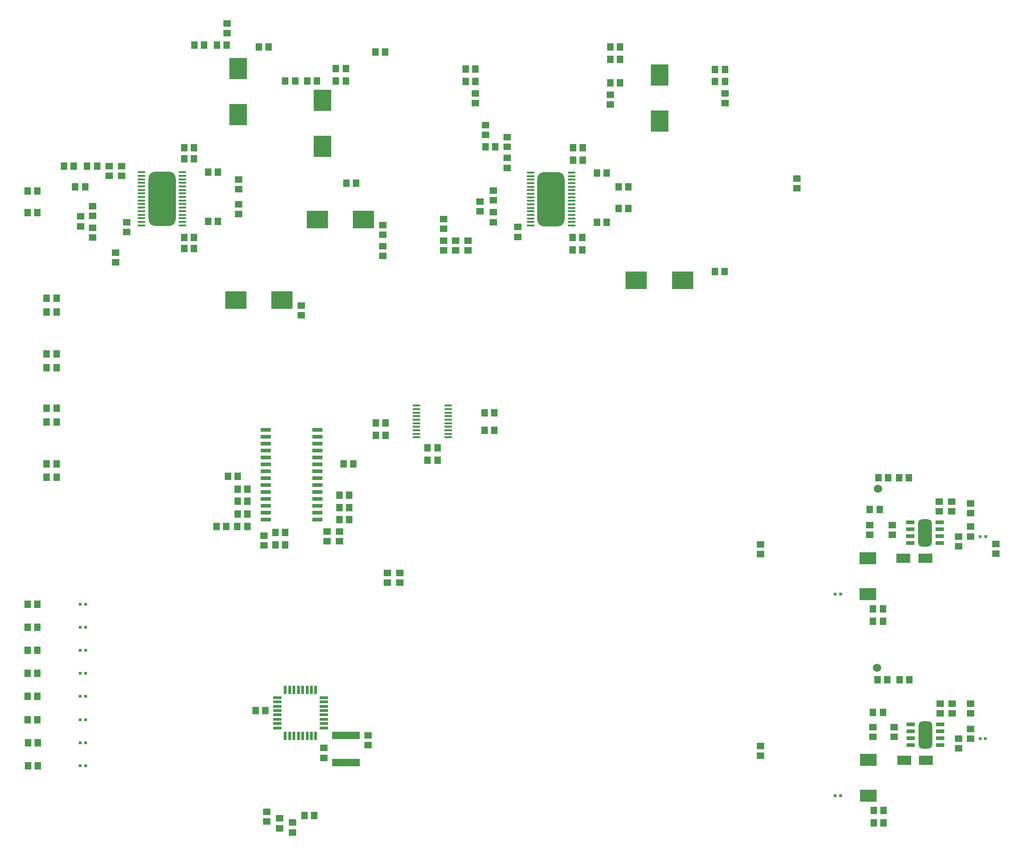
<source format=gtp>
G04*
G04 #@! TF.GenerationSoftware,Altium Limited,Altium Designer,23.2.1 (34)*
G04*
G04 Layer_Color=8421504*
%FSLAX45Y45*%
%MOMM*%
G71*
G04*
G04 #@! TF.SameCoordinates,6E3D6F93-4A61-4C57-BA4F-68D24251A383*
G04*
G04*
G04 #@! TF.FilePolarity,Positive*
G04*
G01*
G75*
%ADD16R,1.40000X1.20000*%
%ADD17R,1.20000X1.40000*%
%ADD18R,1.47500X0.45000*%
%ADD19R,3.10000X2.20000*%
%ADD20R,0.60000X0.50000*%
%ADD21R,2.50000X1.70000*%
%ADD22R,2.13000X3.00000*%
%ADD23R,1.52500X0.65000*%
%ADD24C,1.52400*%
G04:AMPARAMS|DCode=25|XSize=5mm|YSize=2.5mm|CornerRadius=0.625mm|HoleSize=0mm|Usage=FLASHONLY|Rotation=270.000|XOffset=0mm|YOffset=0mm|HoleType=Round|Shape=RoundedRectangle|*
%AMROUNDEDRECTD25*
21,1,5.00000,1.25000,0,0,270.0*
21,1,3.75000,2.50000,0,0,270.0*
1,1,1.25000,-0.62500,-1.87500*
1,1,1.25000,-0.62500,1.87500*
1,1,1.25000,0.62500,1.87500*
1,1,1.25000,0.62500,-1.87500*
%
%ADD25ROUNDEDRECTD25*%
G04:AMPARAMS|DCode=26|XSize=5mm|YSize=10mm|CornerRadius=1.25mm|HoleSize=0mm|Usage=FLASHONLY|Rotation=0.000|XOffset=0mm|YOffset=0mm|HoleType=Round|Shape=RoundedRectangle|*
%AMROUNDEDRECTD26*
21,1,5.00000,7.50000,0,0,0.0*
21,1,2.50000,10.00000,0,0,0.0*
1,1,2.50000,1.25000,-3.75000*
1,1,2.50000,-1.25000,-3.75000*
1,1,2.50000,-1.25000,3.75000*
1,1,2.50000,1.25000,3.75000*
%
%ADD26ROUNDEDRECTD26*%
%ADD27R,4.00000X3.20000*%
%ADD28R,3.20000X4.00000*%
%ADD29R,3.04000X3.74000*%
%ADD30R,1.92500X0.65000*%
%ADD31R,0.60000X1.50000*%
%ADD32R,1.50000X0.60000*%
%ADD33R,5.20000X1.40000*%
D16*
X8726000Y13730000D02*
D03*
Y13910001D02*
D03*
X9122000Y13510001D02*
D03*
Y13689999D02*
D03*
X13777000Y6021000D02*
D03*
Y6201000D02*
D03*
Y2310000D02*
D03*
Y2490000D02*
D03*
X15788901Y6374200D02*
D03*
Y6554200D02*
D03*
X16198900D02*
D03*
Y6374200D02*
D03*
X17418900Y6344200D02*
D03*
Y6164200D02*
D03*
X18108900Y6024200D02*
D03*
Y6204200D02*
D03*
X17644325Y6524200D02*
D03*
Y6344200D02*
D03*
X17644299Y6954200D02*
D03*
Y6774200D02*
D03*
X17294325Y6987125D02*
D03*
Y6807125D02*
D03*
X17068900D02*
D03*
Y6987125D02*
D03*
X8542101Y14497850D02*
D03*
Y14317850D02*
D03*
X4186000Y12454000D02*
D03*
Y12274000D02*
D03*
X3976000Y15780891D02*
D03*
Y15600893D02*
D03*
X17644299Y3087200D02*
D03*
Y3267200D02*
D03*
X17418900Y2444300D02*
D03*
Y2624300D02*
D03*
X17644325D02*
D03*
Y2804300D02*
D03*
X17078902Y3267225D02*
D03*
Y3087225D02*
D03*
X17304326D02*
D03*
Y3267225D02*
D03*
X16238901Y2654300D02*
D03*
Y2834300D02*
D03*
X15848900Y2834300D02*
D03*
Y2654300D02*
D03*
X13126700Y14317300D02*
D03*
Y14497301D02*
D03*
X11020000Y14470575D02*
D03*
Y14290575D02*
D03*
X9121999Y13306001D02*
D03*
Y13126001D02*
D03*
X8871999Y12706001D02*
D03*
Y12526001D02*
D03*
X9321999Y12036001D02*
D03*
Y11856001D02*
D03*
X8871999Y12306001D02*
D03*
Y12126001D02*
D03*
X8622000Y12326000D02*
D03*
Y12506000D02*
D03*
X8402850Y11786001D02*
D03*
Y11606001D02*
D03*
X7952000Y11606000D02*
D03*
Y11786000D02*
D03*
X7951999Y12186001D02*
D03*
Y12006001D02*
D03*
X8177425Y11606001D02*
D03*
Y11786001D02*
D03*
X6834959Y11684000D02*
D03*
Y11504000D02*
D03*
Y12074000D02*
D03*
Y11894000D02*
D03*
X5339725Y10415100D02*
D03*
Y10595100D02*
D03*
X4186000Y12914000D02*
D03*
Y12734000D02*
D03*
X2126000Y12125466D02*
D03*
Y11945466D02*
D03*
X1926000Y11385466D02*
D03*
Y11565466D02*
D03*
X1506000Y12025466D02*
D03*
Y11845466D02*
D03*
X1506000Y12420041D02*
D03*
Y12240041D02*
D03*
X1806000Y12975465D02*
D03*
Y13155466D02*
D03*
X2036000D02*
D03*
Y12975465D02*
D03*
X1280574Y12050041D02*
D03*
Y12230041D02*
D03*
X5750000Y2452500D02*
D03*
Y2272500D02*
D03*
X5175000Y1080000D02*
D03*
Y900000D02*
D03*
X4937500Y1155000D02*
D03*
Y975000D02*
D03*
X4700000Y1277500D02*
D03*
Y1097500D02*
D03*
X14453101Y12931400D02*
D03*
Y12751400D02*
D03*
X6040000Y6434600D02*
D03*
Y6254600D02*
D03*
X4650000Y6360000D02*
D03*
Y6180000D02*
D03*
X5810000Y6434575D02*
D03*
Y6254575D02*
D03*
X6562500Y2682074D02*
D03*
Y2502074D02*
D03*
X6920000Y5670000D02*
D03*
Y5490000D02*
D03*
X7150000Y5670000D02*
D03*
Y5490000D02*
D03*
D17*
X8726246Y13512888D02*
D03*
X8906246D02*
D03*
X6710000Y8430000D02*
D03*
X6890000D02*
D03*
X6710000Y8204575D02*
D03*
X6890000D02*
D03*
X7662000Y7975000D02*
D03*
X7842000D02*
D03*
Y7745000D02*
D03*
X7662000D02*
D03*
X8710000Y8299000D02*
D03*
X8890000D02*
D03*
X8710000Y8620000D02*
D03*
X8890000D02*
D03*
X16123476Y7424200D02*
D03*
X15943475D02*
D03*
X16509200Y7424300D02*
D03*
X16329201D02*
D03*
X15848900Y5014200D02*
D03*
X16028900D02*
D03*
X15968900Y6844200D02*
D03*
X15788901D02*
D03*
X15848900Y4784200D02*
D03*
X16028900D02*
D03*
X660000Y8700000D02*
D03*
X840000D02*
D03*
X8359301Y14713275D02*
D03*
X8539300D02*
D03*
X5976000Y14721925D02*
D03*
X6156000D02*
D03*
X10772000Y13026001D02*
D03*
X10952000D02*
D03*
X11171999Y12776000D02*
D03*
X11351999D02*
D03*
X15928902Y3707200D02*
D03*
X16108900D02*
D03*
X16038901Y1078449D02*
D03*
X15858900D02*
D03*
X16038901Y1303874D02*
D03*
X15858900D02*
D03*
X16338901Y3707225D02*
D03*
X16518900D02*
D03*
X15848900Y3104300D02*
D03*
X16028900D02*
D03*
X10331999Y13491425D02*
D03*
X10511999D02*
D03*
X10331999Y13266000D02*
D03*
X10511999D02*
D03*
X10952000Y12126001D02*
D03*
X10772000D02*
D03*
X11171999Y12376000D02*
D03*
X11351999D02*
D03*
X10321999Y11843075D02*
D03*
X10501999D02*
D03*
X10321999Y11617650D02*
D03*
X10501999D02*
D03*
X13124899Y14712775D02*
D03*
X12944901D02*
D03*
X13122000Y11216001D02*
D03*
X12942000D02*
D03*
X11202000Y15120200D02*
D03*
X11022000D02*
D03*
X11202000Y14686000D02*
D03*
X11022000D02*
D03*
X6346000Y12844000D02*
D03*
X6166000D02*
D03*
X8539000Y14938699D02*
D03*
X8359000D02*
D03*
X6880000Y15260001D02*
D03*
X6700000D02*
D03*
X6156000Y14947350D02*
D03*
X5976000D02*
D03*
X4560000Y15350000D02*
D03*
X4740000D02*
D03*
X3966000Y15385468D02*
D03*
X3786001D02*
D03*
X3556000Y15385466D02*
D03*
X3376000D02*
D03*
X840000Y9446400D02*
D03*
X660000D02*
D03*
X840000Y7429000D02*
D03*
X660000D02*
D03*
X5046000Y14721925D02*
D03*
X5226000D02*
D03*
X5446000D02*
D03*
X5626000D02*
D03*
X3186000Y11644000D02*
D03*
X3366000D02*
D03*
X3186000Y11844000D02*
D03*
X3366000D02*
D03*
X3806000Y13044000D02*
D03*
X3626000D02*
D03*
X3806000Y12144000D02*
D03*
X3626000D02*
D03*
X490000Y12700000D02*
D03*
X310000D02*
D03*
X490000Y12300000D02*
D03*
X310000D02*
D03*
X976000Y13155466D02*
D03*
X1156000D02*
D03*
X1586000Y13155466D02*
D03*
X1406000D02*
D03*
X1186000Y12775466D02*
D03*
X1366000D02*
D03*
X5577500Y1212500D02*
D03*
X5397500D02*
D03*
X4677500Y3137500D02*
D03*
X4497500D02*
D03*
X490000Y2974000D02*
D03*
X310000D02*
D03*
X500000Y2124000D02*
D03*
X320000D02*
D03*
X500000Y2548999D02*
D03*
X320000D02*
D03*
X490000Y3399000D02*
D03*
X310000D02*
D03*
X490000Y4249000D02*
D03*
X310000D02*
D03*
X490000Y3824000D02*
D03*
X310000D02*
D03*
X490000Y5099000D02*
D03*
X310000D02*
D03*
X490000Y4674000D02*
D03*
X310000D02*
D03*
X5045426Y6190000D02*
D03*
X4865426D02*
D03*
X3777500Y6527500D02*
D03*
X3957500D02*
D03*
X3992500Y7452500D02*
D03*
X4172500D02*
D03*
X12944501Y14938200D02*
D03*
X13124500D02*
D03*
X11022000Y15348100D02*
D03*
X11202000D02*
D03*
X5045426Y6415425D02*
D03*
X4865426D02*
D03*
X4345000Y6527075D02*
D03*
X4165000D02*
D03*
X4350000Y6752500D02*
D03*
X4170000D02*
D03*
X6040000Y6650025D02*
D03*
X6220000D02*
D03*
X4347500Y6989575D02*
D03*
X4167500D02*
D03*
X4347500Y7215000D02*
D03*
X4167500D02*
D03*
X6117500Y7677500D02*
D03*
X6297500D02*
D03*
X6040000Y7100876D02*
D03*
X6220000D02*
D03*
X6040000Y6875450D02*
D03*
X6220000D02*
D03*
X3366000Y13294000D02*
D03*
X3186000D02*
D03*
X660000Y9700000D02*
D03*
X840000D02*
D03*
X660000Y10725000D02*
D03*
X840000D02*
D03*
X3366000Y13494000D02*
D03*
X3186000D02*
D03*
X660000Y8445000D02*
D03*
X840000D02*
D03*
X660000Y7680000D02*
D03*
X840000D02*
D03*
X660000Y10470000D02*
D03*
X840000D02*
D03*
D18*
X7456200Y8752500D02*
D03*
Y8687500D02*
D03*
Y8622500D02*
D03*
Y8557500D02*
D03*
Y8492500D02*
D03*
Y8427500D02*
D03*
Y8362500D02*
D03*
Y8297500D02*
D03*
Y8232500D02*
D03*
Y8167500D02*
D03*
X8043800D02*
D03*
Y8232500D02*
D03*
Y8297500D02*
D03*
Y8362500D02*
D03*
Y8427500D02*
D03*
Y8492500D02*
D03*
Y8557500D02*
D03*
Y8622500D02*
D03*
Y8687500D02*
D03*
Y8752500D02*
D03*
X10310800Y13038499D02*
D03*
Y12973502D02*
D03*
Y12908501D02*
D03*
Y12843501D02*
D03*
Y12778500D02*
D03*
Y12713501D02*
D03*
Y12648500D02*
D03*
Y12583501D02*
D03*
Y12518500D02*
D03*
Y12453501D02*
D03*
Y12388500D02*
D03*
Y12323501D02*
D03*
Y12258501D02*
D03*
Y12193501D02*
D03*
Y12128501D02*
D03*
Y12063501D02*
D03*
X9553199D02*
D03*
Y12128501D02*
D03*
Y12193501D02*
D03*
Y12258501D02*
D03*
Y12323501D02*
D03*
Y12388500D02*
D03*
Y12453501D02*
D03*
Y12518500D02*
D03*
Y12583501D02*
D03*
Y12648500D02*
D03*
Y12713501D02*
D03*
Y12778500D02*
D03*
Y12843501D02*
D03*
Y12908501D02*
D03*
Y12973502D02*
D03*
Y13038499D02*
D03*
X2401000Y13042999D02*
D03*
Y12978000D02*
D03*
Y12913000D02*
D03*
Y12848000D02*
D03*
Y12783000D02*
D03*
Y12718000D02*
D03*
Y12653000D02*
D03*
Y12588000D02*
D03*
Y12523000D02*
D03*
Y12458000D02*
D03*
Y12393000D02*
D03*
Y12328000D02*
D03*
Y12263000D02*
D03*
Y12198000D02*
D03*
Y12133000D02*
D03*
Y12068000D02*
D03*
X3158600D02*
D03*
Y12133000D02*
D03*
Y12198000D02*
D03*
Y12263000D02*
D03*
Y12328000D02*
D03*
Y12393000D02*
D03*
Y12458000D02*
D03*
Y12523000D02*
D03*
Y12588000D02*
D03*
Y12653000D02*
D03*
Y12718000D02*
D03*
Y12783000D02*
D03*
Y12848000D02*
D03*
Y12913000D02*
D03*
Y12978000D02*
D03*
Y13042999D02*
D03*
D19*
X15750975Y5944200D02*
D03*
Y5284200D02*
D03*
X15760976Y1574300D02*
D03*
Y2234300D02*
D03*
D20*
X15254900Y5284200D02*
D03*
X15154900D02*
D03*
X17918900Y6344200D02*
D03*
X17818900D02*
D03*
X15253999Y1574000D02*
D03*
X15153999D02*
D03*
X17914751Y2624300D02*
D03*
X17814751D02*
D03*
X1275000Y2124000D02*
D03*
X1375000D02*
D03*
X1275000Y4249000D02*
D03*
X1375000D02*
D03*
X1275000Y3399000D02*
D03*
X1375000D02*
D03*
X1275000Y3824000D02*
D03*
X1375000D02*
D03*
X1275000Y5098999D02*
D03*
X1375000D02*
D03*
X1275000Y2549000D02*
D03*
X1375000D02*
D03*
X1275000Y2974000D02*
D03*
X1375000D02*
D03*
X1275000Y4674000D02*
D03*
X1375000D02*
D03*
D21*
X16408900Y5945275D02*
D03*
X16808900D02*
D03*
X16818900Y2225375D02*
D03*
X16418900D02*
D03*
D22*
X16798900Y6414200D02*
D03*
X16807700Y2694300D02*
D03*
D23*
X16527699Y6223700D02*
D03*
Y6350700D02*
D03*
Y6477700D02*
D03*
Y6604700D02*
D03*
X17070100D02*
D03*
Y6477700D02*
D03*
Y6350700D02*
D03*
Y6223700D02*
D03*
X17078900Y2503800D02*
D03*
Y2630800D02*
D03*
Y2757800D02*
D03*
Y2884800D02*
D03*
X16536501D02*
D03*
Y2757800D02*
D03*
Y2630800D02*
D03*
Y2503800D02*
D03*
D24*
X15938901Y7224200D02*
D03*
X15920000Y3930000D02*
D03*
D25*
X16801100Y6410800D02*
D03*
X16808299Y2695400D02*
D03*
D26*
X2779800Y12555500D02*
D03*
X9932000Y12551000D02*
D03*
D27*
X4986800Y10695466D02*
D03*
X4136800D02*
D03*
X6482034Y12174000D02*
D03*
X5632034D02*
D03*
X11497000Y11055575D02*
D03*
X12346999D02*
D03*
D28*
X4176000Y14953391D02*
D03*
Y14103391D02*
D03*
X11921999Y13983501D02*
D03*
Y14833501D02*
D03*
X5726000Y13519000D02*
D03*
Y14369000D02*
D03*
D29*
X9931999Y12551001D02*
D03*
X2779800Y12555500D02*
D03*
D30*
X5632500Y8308000D02*
D03*
Y8181000D02*
D03*
Y8054000D02*
D03*
Y7927000D02*
D03*
Y7800000D02*
D03*
Y7673000D02*
D03*
Y7546000D02*
D03*
Y7419000D02*
D03*
Y7292000D02*
D03*
Y7165000D02*
D03*
Y7038000D02*
D03*
Y6911000D02*
D03*
Y6784000D02*
D03*
Y6657000D02*
D03*
X4690100D02*
D03*
Y6784000D02*
D03*
Y6911000D02*
D03*
Y7038000D02*
D03*
Y7165000D02*
D03*
Y7292000D02*
D03*
Y7419000D02*
D03*
Y7546000D02*
D03*
Y7673000D02*
D03*
Y7800000D02*
D03*
Y7927000D02*
D03*
Y8054000D02*
D03*
Y8181000D02*
D03*
Y8308000D02*
D03*
D31*
X5045000Y3525000D02*
D03*
X5125000D02*
D03*
X5205000D02*
D03*
X5285000D02*
D03*
X5365000D02*
D03*
X5445000D02*
D03*
X5525000D02*
D03*
X5605000D02*
D03*
Y2675000D02*
D03*
X5525000D02*
D03*
X5445000D02*
D03*
X5365000D02*
D03*
X5285000D02*
D03*
X5205000D02*
D03*
X5125000D02*
D03*
X5045000D02*
D03*
D32*
X5750000Y3380000D02*
D03*
Y3300000D02*
D03*
Y3220000D02*
D03*
Y3140000D02*
D03*
Y3060000D02*
D03*
Y2980000D02*
D03*
Y2900000D02*
D03*
Y2820000D02*
D03*
X4900000D02*
D03*
Y2900000D02*
D03*
Y2980000D02*
D03*
Y3060000D02*
D03*
Y3140000D02*
D03*
Y3220000D02*
D03*
Y3300000D02*
D03*
Y3380000D02*
D03*
D33*
X6162075Y2187074D02*
D03*
Y2687074D02*
D03*
M02*

</source>
